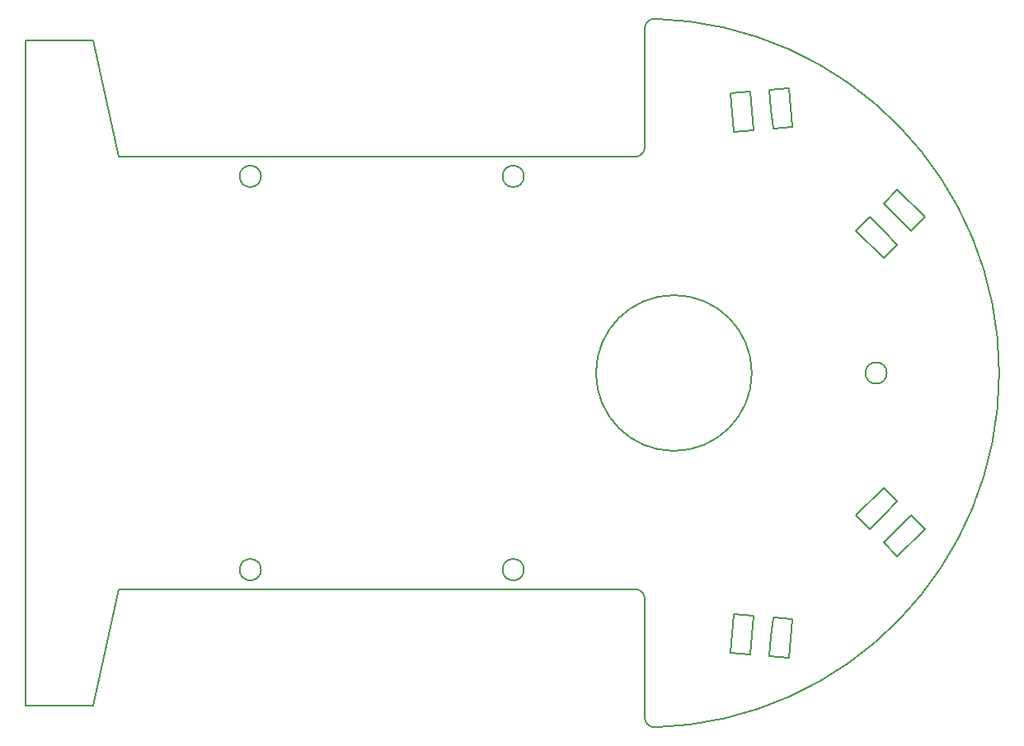
<source format=gbr>
%TF.GenerationSoftware,KiCad,Pcbnew,(5.1.7)-1*%
%TF.CreationDate,2021-11-24T18:57:27+09:00*%
%TF.ProjectId,Quatro,51756174-726f-42e6-9b69-6361645f7063,0*%
%TF.SameCoordinates,Original*%
%TF.FileFunction,Profile,NP*%
%FSLAX46Y46*%
G04 Gerber Fmt 4.6, Leading zero omitted, Abs format (unit mm)*
G04 Created by KiCad (PCBNEW (5.1.7)-1) date 2021-11-24 18:57:27*
%MOMM*%
%LPD*%
G01*
G04 APERTURE LIST*
%TA.AperFunction,Profile*%
%ADD10C,0.200000*%
%TD*%
G04 APERTURE END LIST*
D10*
X170788838Y-58175084D02*
G75*
G02*
X170788843Y-130946030I-1028246J-36385473D01*
G01*
X169760594Y-71360558D02*
X169760594Y-59174685D01*
X110760595Y-60360557D02*
X113160593Y-60360557D01*
X157360593Y-114760556D02*
G75*
G03*
X157360593Y-114760556I-1100001J0D01*
G01*
X169760593Y-129946429D02*
X169760593Y-117760555D01*
X106160594Y-128760556D02*
X106160593Y-60360557D01*
X169760595Y-71360555D02*
G75*
G02*
X168760594Y-72360558I-1000002J-1D01*
G01*
X197128428Y-79950000D02*
X198542640Y-78535786D01*
X106160593Y-60360557D02*
X110760595Y-60360557D01*
X130360596Y-114760557D02*
G75*
G03*
X130360596Y-114760557I-1100001J0D01*
G01*
X195714214Y-78535787D02*
X197128428Y-79950000D01*
X194300000Y-77121573D02*
X195714214Y-78535787D01*
X180760595Y-94560557D02*
G75*
G03*
X180760595Y-94560557I-8000001J0D01*
G01*
X157360594Y-74360558D02*
G75*
G03*
X157360594Y-74360558I-1100001J0D01*
G01*
X130360597Y-74360557D02*
G75*
G03*
X130360597Y-74360557I-1100000J0D01*
G01*
X169760595Y-59174687D02*
G75*
G02*
X170788841Y-58175085I999999J2D01*
G01*
X170788842Y-130946030D02*
G75*
G02*
X169760593Y-129946429I-28249J999601D01*
G01*
X115760595Y-72360558D02*
X168760594Y-72360558D01*
X113160593Y-60360557D02*
X115760595Y-72360558D01*
X168760592Y-116760556D02*
G75*
G02*
X169760593Y-117760555I1J-1000000D01*
G01*
X113160595Y-128760558D02*
X106160594Y-128760556D01*
X115760595Y-116760556D02*
X113160595Y-128760558D01*
X168760593Y-116760556D02*
X115760595Y-116760556D01*
X195714214Y-107756901D02*
X194299999Y-106342687D01*
X180764400Y-67643148D02*
X180938710Y-69635540D01*
X184923487Y-69286914D02*
X184574865Y-65302137D01*
X182756788Y-67468837D02*
X182931100Y-69461226D01*
X182582477Y-65476446D02*
X182756788Y-67468837D01*
X194626591Y-94560557D02*
G75*
G03*
X194626591Y-94560557I-1099998J0D01*
G01*
X192885787Y-78535787D02*
X194300000Y-79950000D01*
X195714214Y-75707359D02*
X194300000Y-77121573D01*
X184574865Y-123818979D02*
X182582477Y-123644667D01*
X178946321Y-69809849D02*
X178597697Y-65825070D01*
X194300001Y-111999541D02*
X195714214Y-110585328D01*
X180938710Y-69635540D02*
X178946321Y-69809849D01*
X195714214Y-110585328D02*
X197128427Y-109171114D01*
X182931100Y-69461226D02*
X184923487Y-69286914D01*
X182931100Y-119659889D02*
X184923489Y-119834198D01*
X178597697Y-65825070D02*
X180590087Y-65650759D01*
X194300000Y-82778427D02*
X191471573Y-79950000D01*
X191471573Y-109171112D02*
X192885787Y-110585327D01*
X178597699Y-123296044D02*
X180590088Y-123470356D01*
X180938709Y-119485577D02*
X178946320Y-119311265D01*
X191471573Y-79950000D02*
X192885787Y-78535787D01*
X184923489Y-119834198D02*
X184574865Y-123818979D01*
X195714214Y-81364214D02*
X194300000Y-82778427D01*
X198542642Y-110585327D02*
X195714215Y-113413756D01*
X194299999Y-106342687D02*
X191471573Y-109171112D01*
X184574865Y-65302137D02*
X182582477Y-65476446D01*
X180590088Y-123470356D02*
X180764398Y-121477967D01*
X178946320Y-119311265D02*
X178597699Y-123296044D01*
X198542640Y-78535786D02*
X195714214Y-75707359D01*
X182582477Y-123644667D02*
X182756788Y-121652278D01*
X180764398Y-121477967D02*
X180938709Y-119485577D01*
X182756788Y-121652278D02*
X182931100Y-119659889D01*
X195714215Y-113413756D02*
X194300001Y-111999541D01*
X197128427Y-109171114D02*
X198542642Y-110585327D01*
X194300000Y-109171114D02*
X195714214Y-107756901D01*
X192885787Y-110585327D02*
X194300000Y-109171114D01*
X180590087Y-65650759D02*
X180764400Y-67643148D01*
X194300000Y-79950000D02*
X195714214Y-81364214D01*
M02*

</source>
